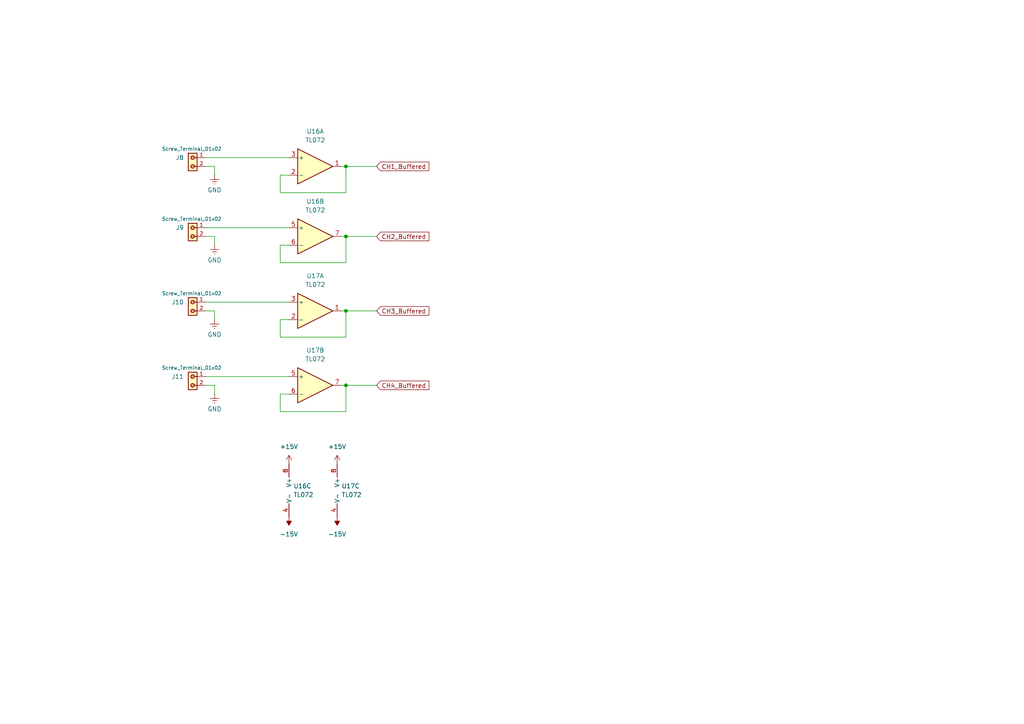
<source format=kicad_sch>
(kicad_sch (version 20250114) (generator "eeschema") (generator_version "9.0")
  (paper "A4")
  (lib_symbols
    (symbol "Amplifier_Operational:TL072" (pin_names (offset 0.127))
      (property "Reference" "U" (at 0 5.08 0))
      (property "Value" "TL072" (at 0 -5.08 0))
      (symbol "TL072_1_1"
        (polyline (pts (xy -5.08 5.08) (xy 5.08 0) (xy -5.08 -5.08) (xy -5.08 5.08)) (stroke (width 0.254)) (fill (type background)))
        (pin input line (at -7.62 2.54 0) (length 2.54) (name "+") (number "3"))
        (pin input line (at -7.62 -2.54 0) (length 2.54) (name "-") (number "2"))
        (pin output line (at 7.62 0 180) (length 2.54) (name "~") (number "1"))
      )
      (symbol "TL072_2_1"
        (polyline (pts (xy -5.08 5.08) (xy 5.08 0) (xy -5.08 -5.08) (xy -5.08 5.08)) (stroke (width 0.254)) (fill (type background)))
        (pin input line (at -7.62 2.54 0) (length 2.54) (name "+") (number "5"))
        (pin input line (at -7.62 -2.54 0) (length 2.54) (name "-") (number "6"))
        (pin output line (at 7.62 0 180) (length 2.54) (name "~") (number "7"))
      )
      (symbol "TL072_3_1"
        (pin power_in line (at -2.54 7.62 270) (length 3.81) (name "V+") (number "8"))
        (pin power_in line (at -2.54 -7.62 90) (length 3.81) (name "V-") (number "4"))
      )
    )
    (symbol "Earr_loggy_sym_lib:691137710002" (pin_names (offset 1.016))
      (property "Reference" "J" (at -4.88 -0.922 0))
      (property "Value" "691137710002" (at -4.83 -2.58 0))
      (symbol "691137710002_0_0"
        (rectangle (start -3.81 -2.54) (end 1.27 0) (stroke (width 0.254)) (fill (type background)))
        (circle (center -2.54 -1.27) (radius 0.508) (stroke (width 0.254)))
        (polyline (pts (xy -2.54 -1.778) (xy -2.54 -2.54)) (stroke (width 0.254)))
        (polyline (pts (xy -2.286 -1.016) (xy -2.794 -1.524)) (stroke (width 0.1524)))
        (circle (center 0 -1.27) (radius 0.508) (stroke (width 0.254)))
        (polyline (pts (xy 0 -1.778) (xy 0 -2.54)) (stroke (width 0.254)))
        (polyline (pts (xy 0.254 -1.016) (xy -0.254 -1.524)) (stroke (width 0.1524)))
        (pin passive line (at -2.54 -5.08 90) (length 2.54) (name "~") (number "1"))
        (pin passive line (at 0 -5.08 90) (length 2.54) (name "~") (number "2"))
      )
    )
    (symbol "power:+15V" (power) (pin_numbers (hide yes)) (pin_names (offset 0) (hide yes))
      (property "Value" "+15V" (at 0 3.556 0))
      (symbol "+15V_0_1"
        (polyline (pts (xy -0.762 1.27) (xy 0 2.54)))
        (polyline (pts (xy 0 2.54) (xy 0.762 1.27)))
        (polyline (pts (xy 0 0) (xy 0 2.54)))
      )
      (symbol "+15V_1_1"
        (pin power_in line (at 0 0 90) (length 0) (name "~") (number "1"))
      )
    )
    (symbol "power:-15V" (power) (pin_numbers (hide yes)) (pin_names (offset 0) (hide yes))
      (property "Value" "-15V" (at 0 3.556 0))
      (symbol "-15V_0_0"
        (pin power_in line (at 0 0 90) (length 0) (name "~") (number "1"))
      )
      (symbol "-15V_0_1"
        (polyline (pts (xy 0 0) (xy 0 1.27) (xy 0.762 1.27) (xy 0 2.54) (xy -0.762 1.27) (xy 0 1.27)) (fill (type outline)))
      )
    )
    (symbol "power:Earth" (power) (pin_numbers (hide yes)) (pin_names (offset 0) (hide yes))
      (property "Value" "Earth" (at 0 -3.81 0))
      (symbol "Earth_0_1"
        (polyline (pts (xy -0.635 -1.905) (xy 0.635 -1.905)))
        (polyline (pts (xy -0.127 -2.54) (xy 0.127 -2.54)))
        (polyline (pts (xy 0 -1.27) (xy 0 0)))
        (polyline (pts (xy 1.27 -1.27) (xy -1.27 -1.27)))
      )
      (symbol "Earth_1_1"
        (pin power_in line (at 0 0 270) (length 0) (name "~") (number "1"))
      )
    )
  )
  (junction (at 100.33 68.58))
  (junction (at 100.33 48.26))
  (junction (at 100.33 90.17))
  (junction (at 100.33 111.76))
  (wire (pts (xy 62.23 111.76) (xy 62.23 114.3)))
  (wire (pts (xy 100.33 90.17) (xy 109.22 90.17)))
  (wire (pts (xy 59.69 66.04) (xy 83.82 66.04)))
  (wire (pts (xy 100.33 68.58) (xy 109.22 68.58)))
  (wire (pts (xy 81.28 92.71) (xy 81.28 97.79)))
  (wire (pts (xy 59.69 111.76) (xy 62.23 111.76)))
  (wire (pts (xy 83.82 71.12) (xy 81.28 71.12)))
  (wire (pts (xy 99.06 90.17) (xy 100.33 90.17)))
  (wire (pts (xy 99.06 48.26) (xy 100.33 48.26)))
  (wire (pts (xy 83.82 50.8) (xy 81.28 50.8)))
  (wire (pts (xy 81.28 76.2) (xy 100.33 76.2)))
  (wire (pts (xy 83.82 92.71) (xy 81.28 92.71)))
  (wire (pts (xy 59.69 90.17) (xy 62.23 90.17)))
  (wire (pts (xy 59.69 87.63) (xy 83.82 87.63)))
  (wire (pts (xy 83.82 114.3) (xy 81.28 114.3)))
  (wire (pts (xy 81.28 71.12) (xy 81.28 76.2)))
  (wire (pts (xy 62.23 48.26) (xy 62.23 50.8)))
  (wire (pts (xy 81.28 97.79) (xy 100.33 97.79)))
  (wire (pts (xy 81.28 114.3) (xy 81.28 119.38)))
  (wire (pts (xy 100.33 76.2) (xy 100.33 68.58)))
  (wire (pts (xy 81.28 55.88) (xy 100.33 55.88)))
  (wire (pts (xy 59.69 109.22) (xy 83.82 109.22)))
  (wire (pts (xy 100.33 55.88) (xy 100.33 48.26)))
  (wire (pts (xy 100.33 119.38) (xy 100.33 111.76)))
  (wire (pts (xy 59.69 68.58) (xy 62.23 68.58)))
  (wire (pts (xy 99.06 68.58) (xy 100.33 68.58)))
  (wire (pts (xy 100.33 48.26) (xy 109.22 48.26)))
  (wire (pts (xy 59.69 48.26) (xy 62.23 48.26)))
  (wire (pts (xy 59.69 45.72) (xy 83.82 45.72)))
  (wire (pts (xy 100.33 97.79) (xy 100.33 90.17)))
  (wire (pts (xy 100.33 111.76) (xy 109.22 111.76)))
  (wire (pts (xy 81.28 50.8) (xy 81.28 55.88)))
  (wire (pts (xy 81.28 119.38) (xy 100.33 119.38)))
  (wire (pts (xy 99.06 111.76) (xy 100.33 111.76)))
  (wire (pts (xy 62.23 90.17) (xy 62.23 92.71)))
  (wire (pts (xy 62.23 68.58) (xy 62.23 71.12)))
  (global_label "CH1_Buffered" (shape input) (at 109.22 48.26 0) (property "Intersheetrefs" "${INTERSHEET_REFS}" (effects (hide yes))))
  (global_label "CH4_Buffered" (shape input) (at 109.22 111.76 0) (property "Intersheetrefs" "${INTERSHEET_REFS}" (effects (hide yes))))
  (global_label "CH3_Buffered" (shape input) (at 109.22 90.17 0) (property "Intersheetrefs" "${INTERSHEET_REFS}" (effects (hide yes))))
  (global_label "CH2_Buffered" (shape input) (at 109.22 68.58 0) (property "Intersheetrefs" "${INTERSHEET_REFS}" (effects (hide yes))))
  (symbol (lib_id "Earr_loggy_sym_lib:691137710002") (at 54.61 48.26 90) (mirror x) (unit 1)
    (property "Reference" "J8" (at 53.34 45.7199 90) (effects (justify left)))
    (property "Value" "Screw_Terminal_01x02" (at 64.262 43.18 90) (effects (font (size 1.016 1.016)) (justify left)))
    (property "Footprint" "kicad_footprint-library-engg3800-alvin:691137710002" (effects (hide yes)))
  )
  (symbol (lib_id "power:+15V") (at 97.79 134.62 0) (unit 1)
    (property "Reference" "#PWR0109" (effects (hide yes)))
    (property "Value" "+15V" (at 97.79 129.54 0))
    (property "Description" "Power symbol creates a global label with name \"+15V\"" (effects (hide yes)))
    (instances (project "" (path "" (reference "#PWR0109") (unit 1))) (project "eaar-loggy-sensor-unit-v1" (path "" (reference "#PWR042") (unit 1))))
  )
  (symbol (lib_id "power:Earth") (at 62.23 71.12 0) (unit 1)
    (property "Reference" "#PWR0104" (effects (hide yes)))
    (property "Value" "GND" (at 62.23 75.438 0))
    (property "Description" "Power symbol creates a global label with name \"Earth\"" (effects (hide yes)))
  )
  (symbol (lib_id "Amplifier_Operational:TL072") (at 91.44 90.17 0) (unit 1)
    (property "Reference" "U17" (at 91.44 80.01 0))
    (property "Value" "TL072" (at 91.44 82.55 0))
    (property "Footprint" "kicad_footprint-library-engg3800-alvin:TL072" (effects (hide yes)))
    (property "Datasheet" "http://www.ti.com/lit/ds/symlink/tl071.pdf" (effects (hide yes)))
    (property "Description" "Dual Low-Noise JFET-Input Operational Amplifiers, DIP-8/SOIC-8" (effects (hide yes)))
    (instances (project "" (path "" (reference "U17") (unit 1))) (project "eaar-loggy-sensor-unit-v1" (path "" (reference "U13") (unit 1))))
  )
  (symbol (lib_id "power:-15V") (at 97.79 149.86 180) (unit 1)
    (property "Reference" "#PWR0110" (effects (hide yes)))
    (property "Value" "-15V" (at 97.79 154.94 0))
    (property "Description" "Power symbol creates a global label with name \"-15V\"" (effects (hide yes)))
    (instances (project "" (path "" (reference "#PWR0110") (unit 1))) (project "eaar-loggy-sensor-unit-v1" (path "" (reference "#PWR043") (unit 1))))
  )
  (symbol (lib_id "Earr_loggy_sym_lib:691137710002") (at 54.61 111.76 90) (mirror x) (unit 1)
    (property "Reference" "J11" (at 53.34 109.2199 90) (effects (justify left)))
    (property "Value" "Screw_Terminal_01x02" (at 64.262 106.68 90) (effects (font (size 1.016 1.016)) (justify left)))
    (property "Footprint" "kicad_footprint-library-engg3800-alvin:691137710002" (effects (hide yes)))
  )
  (symbol (lib_id "power:+15V") (at 83.82 134.62 0) (unit 1)
    (property "Reference" "#PWR0108" (effects (hide yes)))
    (property "Value" "+15V" (at 83.82 129.54 0))
    (property "Description" "Power symbol creates a global label with name \"+15V\"" (effects (hide yes)))
    (instances (project "" (path "" (reference "#PWR0108") (unit 1))) (project "" (path "" (reference "#PWR040") (unit 1))))
  )
  (symbol (lib_id "power:-15V") (at 83.82 149.86 180) (unit 1)
    (property "Reference" "#PWR0107" (effects (hide yes)))
    (property "Value" "-15V" (at 83.82 154.94 0))
    (property "Description" "Power symbol creates a global label with name \"-15V\"" (effects (hide yes)))
    (instances (project "" (path "" (reference "#PWR0107") (unit 1))) (project "" (path "" (reference "#PWR041") (unit 1))))
  )
  (symbol (lib_id "Amplifier_Operational:TL072") (at 86.36 142.24 0) (unit 3)
    (property "Reference" "U16" (at 85.09 140.9699 0) (effects (justify left)))
    (property "Value" "TL072" (at 85.09 143.5099 0) (effects (justify left)))
    (property "Footprint" "kicad_footprint-library-engg3800-alvin:TL072" (effects (hide yes)))
    (property "Datasheet" "http://www.ti.com/lit/ds/symlink/tl071.pdf" (effects (hide yes)))
    (property "Description" "Dual Low-Noise JFET-Input Operational Amplifiers, DIP-8/SOIC-8" (effects (hide yes)))
    (instances (project "" (path "" (reference "U16") (unit 3))) (project "eaar-loggy-sensor-unit-v1" (path "" (reference "U12") (unit 3))))
  )
  (symbol (lib_id "Amplifier_Operational:TL072") (at 100.33 142.24 0) (unit 3)
    (property "Reference" "U17" (at 99.06 140.9699 0) (effects (justify left)))
    (property "Value" "TL072" (at 99.06 143.5099 0) (effects (justify left)))
    (property "Footprint" "kicad_footprint-library-engg3800-alvin:TL072" (effects (hide yes)))
    (property "Datasheet" "http://www.ti.com/lit/ds/symlink/tl071.pdf" (effects (hide yes)))
    (property "Description" "Dual Low-Noise JFET-Input Operational Amplifiers, DIP-8/SOIC-8" (effects (hide yes)))
    (instances (project "" (path "" (reference "U17") (unit 3))) (project "eaar-loggy-sensor-unit-v1" (path "" (reference "U13") (unit 3))))
  )
  (symbol (lib_id "Amplifier_Operational:TL072") (at 91.44 111.76 0) (unit 2)
    (property "Reference" "U17" (at 91.44 101.6 0))
    (property "Value" "TL072" (at 91.44 104.14 0))
    (property "Footprint" "kicad_footprint-library-engg3800-alvin:TL072" (effects (hide yes)))
    (property "Datasheet" "http://www.ti.com/lit/ds/symlink/tl071.pdf" (effects (hide yes)))
    (property "Description" "Dual Low-Noise JFET-Input Operational Amplifiers, DIP-8/SOIC-8" (effects (hide yes)))
    (instances (project "" (path "" (reference "U17") (unit 2))) (project "eaar-loggy-sensor-unit-v1" (path "" (reference "U13") (unit 2))))
  )
  (symbol (lib_id "power:Earth") (at 62.23 50.8 0) (unit 1)
    (property "Reference" "#PWR0103" (effects (hide yes)))
    (property "Value" "GND" (at 62.23 55.118 0))
    (property "Description" "Power symbol creates a global label with name \"Earth\"" (effects (hide yes)))
  )
  (symbol (lib_id "Amplifier_Operational:TL072") (at 91.44 68.58 0) (unit 2)
    (property "Reference" "U16" (at 91.44 58.42 0))
    (property "Value" "TL072" (at 91.44 60.96 0))
    (property "Footprint" "kicad_footprint-library-engg3800-alvin:TL072" (effects (hide yes)))
    (property "Datasheet" "http://www.ti.com/lit/ds/symlink/tl071.pdf" (effects (hide yes)))
    (property "Description" "Dual Low-Noise JFET-Input Operational Amplifiers, DIP-8/SOIC-8" (effects (hide yes)))
    (instances (project "" (path "" (reference "U16") (unit 2))) (project "eaar-loggy-sensor-unit-v1" (path "" (reference "U12") (unit 2))))
  )
  (symbol (lib_id "power:Earth") (at 62.23 114.3 0) (unit 1)
    (property "Reference" "#PWR0106" (effects (hide yes)))
    (property "Value" "GND" (at 62.23 118.618 0))
    (property "Description" "Power symbol creates a global label with name \"Earth\"" (effects (hide yes)))
  )
  (symbol (lib_id "power:Earth") (at 62.23 92.71 0) (unit 1)
    (property "Reference" "#PWR0105" (effects (hide yes)))
    (property "Value" "GND" (at 62.23 97.028 0))
    (property "Description" "Power symbol creates a global label with name \"Earth\"" (effects (hide yes)))
  )
  (symbol (lib_id "Earr_loggy_sym_lib:691137710002") (at 54.61 90.17 90) (mirror x) (unit 1)
    (property "Reference" "J10" (at 53.34 87.6299 90) (effects (justify left)))
    (property "Value" "Screw_Terminal_01x02" (at 64.262 85.09 90) (effects (font (size 1.016 1.016)) (justify left)))
    (property "Footprint" "kicad_footprint-library-engg3800-alvin:691137710002" (effects (hide yes)))
  )
  (symbol (lib_id "Amplifier_Operational:TL072") (at 91.44 48.26 0) (unit 1)
    (property "Reference" "U16" (at 91.44 38.1 0))
    (property "Value" "TL072" (at 91.44 40.64 0))
    (property "Footprint" "kicad_footprint-library-engg3800-alvin:TL072" (effects (hide yes)))
    (property "Datasheet" "http://www.ti.com/lit/ds/symlink/tl071.pdf" (effects (hide yes)))
    (property "Description" "Dual Low-Noise JFET-Input Operational Amplifiers, DIP-8/SOIC-8" (effects (hide yes)))
    (instances (project "" (path "" (reference "U16") (unit 1))) (project "eaar-loggy-sensor-unit-v1" (path "" (reference "U12") (unit 1))))
  )
  (symbol (lib_id "Earr_loggy_sym_lib:691137710002") (at 54.61 68.58 90) (mirror x) (unit 1)
    (property "Reference" "J9" (at 53.34 66.0399 90) (effects (justify left)))
    (property "Value" "Screw_Terminal_01x02" (at 64.262 63.5 90) (effects (font (size 1.016 1.016)) (justify left)))
    (property "Footprint" "kicad_footprint-library-engg3800-alvin:691137710002" (effects (hide yes)))
  )
)
</source>
